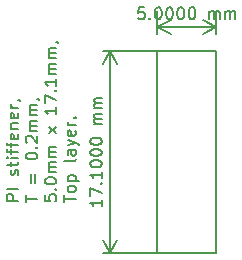
<source format=gbr>
%TF.GenerationSoftware,KiCad,Pcbnew,7.0.9*%
%TF.CreationDate,2023-12-18T15:10:48+01:00*%
%TF.ProjectId,flexAddressLedsV2,666c6578-4164-4647-9265-73734c656473,rev?*%
%TF.SameCoordinates,Original*%
%TF.FileFunction,Other,User*%
%FSLAX46Y46*%
G04 Gerber Fmt 4.6, Leading zero omitted, Abs format (unit mm)*
G04 Created by KiCad (PCBNEW 7.0.9) date 2023-12-18 15:10:48*
%MOMM*%
%LPD*%
G01*
G04 APERTURE LIST*
%ADD10C,0.150000*%
G04 APERTURE END LIST*
D10*
X29900000Y-31300000D02*
X34900000Y-31300000D01*
X34900000Y-48400000D01*
X29900000Y-48400000D01*
X29900000Y-31300000D01*
X18139819Y-43963220D02*
X17139819Y-43963220D01*
X17139819Y-43963220D02*
X17139819Y-43582268D01*
X17139819Y-43582268D02*
X17187438Y-43487030D01*
X17187438Y-43487030D02*
X17235057Y-43439411D01*
X17235057Y-43439411D02*
X17330295Y-43391792D01*
X17330295Y-43391792D02*
X17473152Y-43391792D01*
X17473152Y-43391792D02*
X17568390Y-43439411D01*
X17568390Y-43439411D02*
X17616009Y-43487030D01*
X17616009Y-43487030D02*
X17663628Y-43582268D01*
X17663628Y-43582268D02*
X17663628Y-43963220D01*
X18139819Y-42963220D02*
X17139819Y-42963220D01*
X18092200Y-41772744D02*
X18139819Y-41677506D01*
X18139819Y-41677506D02*
X18139819Y-41487030D01*
X18139819Y-41487030D02*
X18092200Y-41391792D01*
X18092200Y-41391792D02*
X17996961Y-41344173D01*
X17996961Y-41344173D02*
X17949342Y-41344173D01*
X17949342Y-41344173D02*
X17854104Y-41391792D01*
X17854104Y-41391792D02*
X17806485Y-41487030D01*
X17806485Y-41487030D02*
X17806485Y-41629887D01*
X17806485Y-41629887D02*
X17758866Y-41725125D01*
X17758866Y-41725125D02*
X17663628Y-41772744D01*
X17663628Y-41772744D02*
X17616009Y-41772744D01*
X17616009Y-41772744D02*
X17520771Y-41725125D01*
X17520771Y-41725125D02*
X17473152Y-41629887D01*
X17473152Y-41629887D02*
X17473152Y-41487030D01*
X17473152Y-41487030D02*
X17520771Y-41391792D01*
X17473152Y-41058458D02*
X17473152Y-40677506D01*
X17139819Y-40915601D02*
X17996961Y-40915601D01*
X17996961Y-40915601D02*
X18092200Y-40867982D01*
X18092200Y-40867982D02*
X18139819Y-40772744D01*
X18139819Y-40772744D02*
X18139819Y-40677506D01*
X18139819Y-40344172D02*
X17473152Y-40344172D01*
X17139819Y-40344172D02*
X17187438Y-40391791D01*
X17187438Y-40391791D02*
X17235057Y-40344172D01*
X17235057Y-40344172D02*
X17187438Y-40296553D01*
X17187438Y-40296553D02*
X17139819Y-40344172D01*
X17139819Y-40344172D02*
X17235057Y-40344172D01*
X17473152Y-40010839D02*
X17473152Y-39629887D01*
X18139819Y-39867982D02*
X17282676Y-39867982D01*
X17282676Y-39867982D02*
X17187438Y-39820363D01*
X17187438Y-39820363D02*
X17139819Y-39725125D01*
X17139819Y-39725125D02*
X17139819Y-39629887D01*
X17473152Y-39439410D02*
X17473152Y-39058458D01*
X18139819Y-39296553D02*
X17282676Y-39296553D01*
X17282676Y-39296553D02*
X17187438Y-39248934D01*
X17187438Y-39248934D02*
X17139819Y-39153696D01*
X17139819Y-39153696D02*
X17139819Y-39058458D01*
X18092200Y-38344172D02*
X18139819Y-38439410D01*
X18139819Y-38439410D02*
X18139819Y-38629886D01*
X18139819Y-38629886D02*
X18092200Y-38725124D01*
X18092200Y-38725124D02*
X17996961Y-38772743D01*
X17996961Y-38772743D02*
X17616009Y-38772743D01*
X17616009Y-38772743D02*
X17520771Y-38725124D01*
X17520771Y-38725124D02*
X17473152Y-38629886D01*
X17473152Y-38629886D02*
X17473152Y-38439410D01*
X17473152Y-38439410D02*
X17520771Y-38344172D01*
X17520771Y-38344172D02*
X17616009Y-38296553D01*
X17616009Y-38296553D02*
X17711247Y-38296553D01*
X17711247Y-38296553D02*
X17806485Y-38772743D01*
X17473152Y-37867981D02*
X18139819Y-37867981D01*
X17568390Y-37867981D02*
X17520771Y-37820362D01*
X17520771Y-37820362D02*
X17473152Y-37725124D01*
X17473152Y-37725124D02*
X17473152Y-37582267D01*
X17473152Y-37582267D02*
X17520771Y-37487029D01*
X17520771Y-37487029D02*
X17616009Y-37439410D01*
X17616009Y-37439410D02*
X18139819Y-37439410D01*
X18092200Y-36582267D02*
X18139819Y-36677505D01*
X18139819Y-36677505D02*
X18139819Y-36867981D01*
X18139819Y-36867981D02*
X18092200Y-36963219D01*
X18092200Y-36963219D02*
X17996961Y-37010838D01*
X17996961Y-37010838D02*
X17616009Y-37010838D01*
X17616009Y-37010838D02*
X17520771Y-36963219D01*
X17520771Y-36963219D02*
X17473152Y-36867981D01*
X17473152Y-36867981D02*
X17473152Y-36677505D01*
X17473152Y-36677505D02*
X17520771Y-36582267D01*
X17520771Y-36582267D02*
X17616009Y-36534648D01*
X17616009Y-36534648D02*
X17711247Y-36534648D01*
X17711247Y-36534648D02*
X17806485Y-37010838D01*
X18139819Y-36106076D02*
X17473152Y-36106076D01*
X17663628Y-36106076D02*
X17568390Y-36058457D01*
X17568390Y-36058457D02*
X17520771Y-36010838D01*
X17520771Y-36010838D02*
X17473152Y-35915600D01*
X17473152Y-35915600D02*
X17473152Y-35820362D01*
X18092200Y-35439409D02*
X18139819Y-35439409D01*
X18139819Y-35439409D02*
X18235057Y-35487028D01*
X18235057Y-35487028D02*
X18282676Y-35534647D01*
X18749819Y-44106077D02*
X18749819Y-43534649D01*
X19749819Y-43820363D02*
X18749819Y-43820363D01*
X19226009Y-42439410D02*
X19226009Y-41677506D01*
X19511723Y-41677506D02*
X19511723Y-42439410D01*
X18749819Y-40248934D02*
X18749819Y-40153696D01*
X18749819Y-40153696D02*
X18797438Y-40058458D01*
X18797438Y-40058458D02*
X18845057Y-40010839D01*
X18845057Y-40010839D02*
X18940295Y-39963220D01*
X18940295Y-39963220D02*
X19130771Y-39915601D01*
X19130771Y-39915601D02*
X19368866Y-39915601D01*
X19368866Y-39915601D02*
X19559342Y-39963220D01*
X19559342Y-39963220D02*
X19654580Y-40010839D01*
X19654580Y-40010839D02*
X19702200Y-40058458D01*
X19702200Y-40058458D02*
X19749819Y-40153696D01*
X19749819Y-40153696D02*
X19749819Y-40248934D01*
X19749819Y-40248934D02*
X19702200Y-40344172D01*
X19702200Y-40344172D02*
X19654580Y-40391791D01*
X19654580Y-40391791D02*
X19559342Y-40439410D01*
X19559342Y-40439410D02*
X19368866Y-40487029D01*
X19368866Y-40487029D02*
X19130771Y-40487029D01*
X19130771Y-40487029D02*
X18940295Y-40439410D01*
X18940295Y-40439410D02*
X18845057Y-40391791D01*
X18845057Y-40391791D02*
X18797438Y-40344172D01*
X18797438Y-40344172D02*
X18749819Y-40248934D01*
X19654580Y-39487029D02*
X19702200Y-39439410D01*
X19702200Y-39439410D02*
X19749819Y-39487029D01*
X19749819Y-39487029D02*
X19702200Y-39534648D01*
X19702200Y-39534648D02*
X19654580Y-39487029D01*
X19654580Y-39487029D02*
X19749819Y-39487029D01*
X18845057Y-39058458D02*
X18797438Y-39010839D01*
X18797438Y-39010839D02*
X18749819Y-38915601D01*
X18749819Y-38915601D02*
X18749819Y-38677506D01*
X18749819Y-38677506D02*
X18797438Y-38582268D01*
X18797438Y-38582268D02*
X18845057Y-38534649D01*
X18845057Y-38534649D02*
X18940295Y-38487030D01*
X18940295Y-38487030D02*
X19035533Y-38487030D01*
X19035533Y-38487030D02*
X19178390Y-38534649D01*
X19178390Y-38534649D02*
X19749819Y-39106077D01*
X19749819Y-39106077D02*
X19749819Y-38487030D01*
X19749819Y-38058458D02*
X19083152Y-38058458D01*
X19178390Y-38058458D02*
X19130771Y-38010839D01*
X19130771Y-38010839D02*
X19083152Y-37915601D01*
X19083152Y-37915601D02*
X19083152Y-37772744D01*
X19083152Y-37772744D02*
X19130771Y-37677506D01*
X19130771Y-37677506D02*
X19226009Y-37629887D01*
X19226009Y-37629887D02*
X19749819Y-37629887D01*
X19226009Y-37629887D02*
X19130771Y-37582268D01*
X19130771Y-37582268D02*
X19083152Y-37487030D01*
X19083152Y-37487030D02*
X19083152Y-37344173D01*
X19083152Y-37344173D02*
X19130771Y-37248934D01*
X19130771Y-37248934D02*
X19226009Y-37201315D01*
X19226009Y-37201315D02*
X19749819Y-37201315D01*
X19749819Y-36725125D02*
X19083152Y-36725125D01*
X19178390Y-36725125D02*
X19130771Y-36677506D01*
X19130771Y-36677506D02*
X19083152Y-36582268D01*
X19083152Y-36582268D02*
X19083152Y-36439411D01*
X19083152Y-36439411D02*
X19130771Y-36344173D01*
X19130771Y-36344173D02*
X19226009Y-36296554D01*
X19226009Y-36296554D02*
X19749819Y-36296554D01*
X19226009Y-36296554D02*
X19130771Y-36248935D01*
X19130771Y-36248935D02*
X19083152Y-36153697D01*
X19083152Y-36153697D02*
X19083152Y-36010840D01*
X19083152Y-36010840D02*
X19130771Y-35915601D01*
X19130771Y-35915601D02*
X19226009Y-35867982D01*
X19226009Y-35867982D02*
X19749819Y-35867982D01*
X19702200Y-35344173D02*
X19749819Y-35344173D01*
X19749819Y-35344173D02*
X19845057Y-35391792D01*
X19845057Y-35391792D02*
X19892676Y-35439411D01*
X20359819Y-43487030D02*
X20359819Y-43963220D01*
X20359819Y-43963220D02*
X20836009Y-44010839D01*
X20836009Y-44010839D02*
X20788390Y-43963220D01*
X20788390Y-43963220D02*
X20740771Y-43867982D01*
X20740771Y-43867982D02*
X20740771Y-43629887D01*
X20740771Y-43629887D02*
X20788390Y-43534649D01*
X20788390Y-43534649D02*
X20836009Y-43487030D01*
X20836009Y-43487030D02*
X20931247Y-43439411D01*
X20931247Y-43439411D02*
X21169342Y-43439411D01*
X21169342Y-43439411D02*
X21264580Y-43487030D01*
X21264580Y-43487030D02*
X21312200Y-43534649D01*
X21312200Y-43534649D02*
X21359819Y-43629887D01*
X21359819Y-43629887D02*
X21359819Y-43867982D01*
X21359819Y-43867982D02*
X21312200Y-43963220D01*
X21312200Y-43963220D02*
X21264580Y-44010839D01*
X21264580Y-43010839D02*
X21312200Y-42963220D01*
X21312200Y-42963220D02*
X21359819Y-43010839D01*
X21359819Y-43010839D02*
X21312200Y-43058458D01*
X21312200Y-43058458D02*
X21264580Y-43010839D01*
X21264580Y-43010839D02*
X21359819Y-43010839D01*
X20359819Y-42344173D02*
X20359819Y-42248935D01*
X20359819Y-42248935D02*
X20407438Y-42153697D01*
X20407438Y-42153697D02*
X20455057Y-42106078D01*
X20455057Y-42106078D02*
X20550295Y-42058459D01*
X20550295Y-42058459D02*
X20740771Y-42010840D01*
X20740771Y-42010840D02*
X20978866Y-42010840D01*
X20978866Y-42010840D02*
X21169342Y-42058459D01*
X21169342Y-42058459D02*
X21264580Y-42106078D01*
X21264580Y-42106078D02*
X21312200Y-42153697D01*
X21312200Y-42153697D02*
X21359819Y-42248935D01*
X21359819Y-42248935D02*
X21359819Y-42344173D01*
X21359819Y-42344173D02*
X21312200Y-42439411D01*
X21312200Y-42439411D02*
X21264580Y-42487030D01*
X21264580Y-42487030D02*
X21169342Y-42534649D01*
X21169342Y-42534649D02*
X20978866Y-42582268D01*
X20978866Y-42582268D02*
X20740771Y-42582268D01*
X20740771Y-42582268D02*
X20550295Y-42534649D01*
X20550295Y-42534649D02*
X20455057Y-42487030D01*
X20455057Y-42487030D02*
X20407438Y-42439411D01*
X20407438Y-42439411D02*
X20359819Y-42344173D01*
X21359819Y-41582268D02*
X20693152Y-41582268D01*
X20788390Y-41582268D02*
X20740771Y-41534649D01*
X20740771Y-41534649D02*
X20693152Y-41439411D01*
X20693152Y-41439411D02*
X20693152Y-41296554D01*
X20693152Y-41296554D02*
X20740771Y-41201316D01*
X20740771Y-41201316D02*
X20836009Y-41153697D01*
X20836009Y-41153697D02*
X21359819Y-41153697D01*
X20836009Y-41153697D02*
X20740771Y-41106078D01*
X20740771Y-41106078D02*
X20693152Y-41010840D01*
X20693152Y-41010840D02*
X20693152Y-40867983D01*
X20693152Y-40867983D02*
X20740771Y-40772744D01*
X20740771Y-40772744D02*
X20836009Y-40725125D01*
X20836009Y-40725125D02*
X21359819Y-40725125D01*
X21359819Y-40248935D02*
X20693152Y-40248935D01*
X20788390Y-40248935D02*
X20740771Y-40201316D01*
X20740771Y-40201316D02*
X20693152Y-40106078D01*
X20693152Y-40106078D02*
X20693152Y-39963221D01*
X20693152Y-39963221D02*
X20740771Y-39867983D01*
X20740771Y-39867983D02*
X20836009Y-39820364D01*
X20836009Y-39820364D02*
X21359819Y-39820364D01*
X20836009Y-39820364D02*
X20740771Y-39772745D01*
X20740771Y-39772745D02*
X20693152Y-39677507D01*
X20693152Y-39677507D02*
X20693152Y-39534650D01*
X20693152Y-39534650D02*
X20740771Y-39439411D01*
X20740771Y-39439411D02*
X20836009Y-39391792D01*
X20836009Y-39391792D02*
X21359819Y-39391792D01*
X21359819Y-38248935D02*
X20693152Y-37725126D01*
X20693152Y-38248935D02*
X21359819Y-37725126D01*
X21359819Y-36058459D02*
X21359819Y-36629887D01*
X21359819Y-36344173D02*
X20359819Y-36344173D01*
X20359819Y-36344173D02*
X20502676Y-36439411D01*
X20502676Y-36439411D02*
X20597914Y-36534649D01*
X20597914Y-36534649D02*
X20645533Y-36629887D01*
X20359819Y-35725125D02*
X20359819Y-35058459D01*
X20359819Y-35058459D02*
X21359819Y-35487030D01*
X21264580Y-34677506D02*
X21312200Y-34629887D01*
X21312200Y-34629887D02*
X21359819Y-34677506D01*
X21359819Y-34677506D02*
X21312200Y-34725125D01*
X21312200Y-34725125D02*
X21264580Y-34677506D01*
X21264580Y-34677506D02*
X21359819Y-34677506D01*
X21359819Y-33677507D02*
X21359819Y-34248935D01*
X21359819Y-33963221D02*
X20359819Y-33963221D01*
X20359819Y-33963221D02*
X20502676Y-34058459D01*
X20502676Y-34058459D02*
X20597914Y-34153697D01*
X20597914Y-34153697D02*
X20645533Y-34248935D01*
X21359819Y-33248935D02*
X20693152Y-33248935D01*
X20788390Y-33248935D02*
X20740771Y-33201316D01*
X20740771Y-33201316D02*
X20693152Y-33106078D01*
X20693152Y-33106078D02*
X20693152Y-32963221D01*
X20693152Y-32963221D02*
X20740771Y-32867983D01*
X20740771Y-32867983D02*
X20836009Y-32820364D01*
X20836009Y-32820364D02*
X21359819Y-32820364D01*
X20836009Y-32820364D02*
X20740771Y-32772745D01*
X20740771Y-32772745D02*
X20693152Y-32677507D01*
X20693152Y-32677507D02*
X20693152Y-32534650D01*
X20693152Y-32534650D02*
X20740771Y-32439411D01*
X20740771Y-32439411D02*
X20836009Y-32391792D01*
X20836009Y-32391792D02*
X21359819Y-32391792D01*
X21359819Y-31915602D02*
X20693152Y-31915602D01*
X20788390Y-31915602D02*
X20740771Y-31867983D01*
X20740771Y-31867983D02*
X20693152Y-31772745D01*
X20693152Y-31772745D02*
X20693152Y-31629888D01*
X20693152Y-31629888D02*
X20740771Y-31534650D01*
X20740771Y-31534650D02*
X20836009Y-31487031D01*
X20836009Y-31487031D02*
X21359819Y-31487031D01*
X20836009Y-31487031D02*
X20740771Y-31439412D01*
X20740771Y-31439412D02*
X20693152Y-31344174D01*
X20693152Y-31344174D02*
X20693152Y-31201317D01*
X20693152Y-31201317D02*
X20740771Y-31106078D01*
X20740771Y-31106078D02*
X20836009Y-31058459D01*
X20836009Y-31058459D02*
X21359819Y-31058459D01*
X21312200Y-30534650D02*
X21359819Y-30534650D01*
X21359819Y-30534650D02*
X21455057Y-30582269D01*
X21455057Y-30582269D02*
X21502676Y-30629888D01*
X21969819Y-44106077D02*
X21969819Y-43534649D01*
X22969819Y-43820363D02*
X21969819Y-43820363D01*
X22969819Y-43058458D02*
X22922200Y-43153696D01*
X22922200Y-43153696D02*
X22874580Y-43201315D01*
X22874580Y-43201315D02*
X22779342Y-43248934D01*
X22779342Y-43248934D02*
X22493628Y-43248934D01*
X22493628Y-43248934D02*
X22398390Y-43201315D01*
X22398390Y-43201315D02*
X22350771Y-43153696D01*
X22350771Y-43153696D02*
X22303152Y-43058458D01*
X22303152Y-43058458D02*
X22303152Y-42915601D01*
X22303152Y-42915601D02*
X22350771Y-42820363D01*
X22350771Y-42820363D02*
X22398390Y-42772744D01*
X22398390Y-42772744D02*
X22493628Y-42725125D01*
X22493628Y-42725125D02*
X22779342Y-42725125D01*
X22779342Y-42725125D02*
X22874580Y-42772744D01*
X22874580Y-42772744D02*
X22922200Y-42820363D01*
X22922200Y-42820363D02*
X22969819Y-42915601D01*
X22969819Y-42915601D02*
X22969819Y-43058458D01*
X22303152Y-42296553D02*
X23303152Y-42296553D01*
X22350771Y-42296553D02*
X22303152Y-42201315D01*
X22303152Y-42201315D02*
X22303152Y-42010839D01*
X22303152Y-42010839D02*
X22350771Y-41915601D01*
X22350771Y-41915601D02*
X22398390Y-41867982D01*
X22398390Y-41867982D02*
X22493628Y-41820363D01*
X22493628Y-41820363D02*
X22779342Y-41820363D01*
X22779342Y-41820363D02*
X22874580Y-41867982D01*
X22874580Y-41867982D02*
X22922200Y-41915601D01*
X22922200Y-41915601D02*
X22969819Y-42010839D01*
X22969819Y-42010839D02*
X22969819Y-42201315D01*
X22969819Y-42201315D02*
X22922200Y-42296553D01*
X22969819Y-40487029D02*
X22922200Y-40582267D01*
X22922200Y-40582267D02*
X22826961Y-40629886D01*
X22826961Y-40629886D02*
X21969819Y-40629886D01*
X22969819Y-39677505D02*
X22446009Y-39677505D01*
X22446009Y-39677505D02*
X22350771Y-39725124D01*
X22350771Y-39725124D02*
X22303152Y-39820362D01*
X22303152Y-39820362D02*
X22303152Y-40010838D01*
X22303152Y-40010838D02*
X22350771Y-40106076D01*
X22922200Y-39677505D02*
X22969819Y-39772743D01*
X22969819Y-39772743D02*
X22969819Y-40010838D01*
X22969819Y-40010838D02*
X22922200Y-40106076D01*
X22922200Y-40106076D02*
X22826961Y-40153695D01*
X22826961Y-40153695D02*
X22731723Y-40153695D01*
X22731723Y-40153695D02*
X22636485Y-40106076D01*
X22636485Y-40106076D02*
X22588866Y-40010838D01*
X22588866Y-40010838D02*
X22588866Y-39772743D01*
X22588866Y-39772743D02*
X22541247Y-39677505D01*
X22303152Y-39296552D02*
X22969819Y-39058457D01*
X22303152Y-38820362D02*
X22969819Y-39058457D01*
X22969819Y-39058457D02*
X23207914Y-39153695D01*
X23207914Y-39153695D02*
X23255533Y-39201314D01*
X23255533Y-39201314D02*
X23303152Y-39296552D01*
X22922200Y-38058457D02*
X22969819Y-38153695D01*
X22969819Y-38153695D02*
X22969819Y-38344171D01*
X22969819Y-38344171D02*
X22922200Y-38439409D01*
X22922200Y-38439409D02*
X22826961Y-38487028D01*
X22826961Y-38487028D02*
X22446009Y-38487028D01*
X22446009Y-38487028D02*
X22350771Y-38439409D01*
X22350771Y-38439409D02*
X22303152Y-38344171D01*
X22303152Y-38344171D02*
X22303152Y-38153695D01*
X22303152Y-38153695D02*
X22350771Y-38058457D01*
X22350771Y-38058457D02*
X22446009Y-38010838D01*
X22446009Y-38010838D02*
X22541247Y-38010838D01*
X22541247Y-38010838D02*
X22636485Y-38487028D01*
X22969819Y-37582266D02*
X22303152Y-37582266D01*
X22493628Y-37582266D02*
X22398390Y-37534647D01*
X22398390Y-37534647D02*
X22350771Y-37487028D01*
X22350771Y-37487028D02*
X22303152Y-37391790D01*
X22303152Y-37391790D02*
X22303152Y-37296552D01*
X22874580Y-36963218D02*
X22922200Y-36915599D01*
X22922200Y-36915599D02*
X22969819Y-36963218D01*
X22969819Y-36963218D02*
X22922200Y-37010837D01*
X22922200Y-37010837D02*
X22874580Y-36963218D01*
X22874580Y-36963218D02*
X22969819Y-36963218D01*
X25204819Y-43897618D02*
X25204819Y-44469046D01*
X25204819Y-44183332D02*
X24204819Y-44183332D01*
X24204819Y-44183332D02*
X24347676Y-44278570D01*
X24347676Y-44278570D02*
X24442914Y-44373808D01*
X24442914Y-44373808D02*
X24490533Y-44469046D01*
X24204819Y-43564284D02*
X24204819Y-42897618D01*
X24204819Y-42897618D02*
X25204819Y-43326189D01*
X25109580Y-42516665D02*
X25157200Y-42469046D01*
X25157200Y-42469046D02*
X25204819Y-42516665D01*
X25204819Y-42516665D02*
X25157200Y-42564284D01*
X25157200Y-42564284D02*
X25109580Y-42516665D01*
X25109580Y-42516665D02*
X25204819Y-42516665D01*
X25204819Y-41516666D02*
X25204819Y-42088094D01*
X25204819Y-41802380D02*
X24204819Y-41802380D01*
X24204819Y-41802380D02*
X24347676Y-41897618D01*
X24347676Y-41897618D02*
X24442914Y-41992856D01*
X24442914Y-41992856D02*
X24490533Y-42088094D01*
X24204819Y-40897618D02*
X24204819Y-40802380D01*
X24204819Y-40802380D02*
X24252438Y-40707142D01*
X24252438Y-40707142D02*
X24300057Y-40659523D01*
X24300057Y-40659523D02*
X24395295Y-40611904D01*
X24395295Y-40611904D02*
X24585771Y-40564285D01*
X24585771Y-40564285D02*
X24823866Y-40564285D01*
X24823866Y-40564285D02*
X25014342Y-40611904D01*
X25014342Y-40611904D02*
X25109580Y-40659523D01*
X25109580Y-40659523D02*
X25157200Y-40707142D01*
X25157200Y-40707142D02*
X25204819Y-40802380D01*
X25204819Y-40802380D02*
X25204819Y-40897618D01*
X25204819Y-40897618D02*
X25157200Y-40992856D01*
X25157200Y-40992856D02*
X25109580Y-41040475D01*
X25109580Y-41040475D02*
X25014342Y-41088094D01*
X25014342Y-41088094D02*
X24823866Y-41135713D01*
X24823866Y-41135713D02*
X24585771Y-41135713D01*
X24585771Y-41135713D02*
X24395295Y-41088094D01*
X24395295Y-41088094D02*
X24300057Y-41040475D01*
X24300057Y-41040475D02*
X24252438Y-40992856D01*
X24252438Y-40992856D02*
X24204819Y-40897618D01*
X24204819Y-39945237D02*
X24204819Y-39849999D01*
X24204819Y-39849999D02*
X24252438Y-39754761D01*
X24252438Y-39754761D02*
X24300057Y-39707142D01*
X24300057Y-39707142D02*
X24395295Y-39659523D01*
X24395295Y-39659523D02*
X24585771Y-39611904D01*
X24585771Y-39611904D02*
X24823866Y-39611904D01*
X24823866Y-39611904D02*
X25014342Y-39659523D01*
X25014342Y-39659523D02*
X25109580Y-39707142D01*
X25109580Y-39707142D02*
X25157200Y-39754761D01*
X25157200Y-39754761D02*
X25204819Y-39849999D01*
X25204819Y-39849999D02*
X25204819Y-39945237D01*
X25204819Y-39945237D02*
X25157200Y-40040475D01*
X25157200Y-40040475D02*
X25109580Y-40088094D01*
X25109580Y-40088094D02*
X25014342Y-40135713D01*
X25014342Y-40135713D02*
X24823866Y-40183332D01*
X24823866Y-40183332D02*
X24585771Y-40183332D01*
X24585771Y-40183332D02*
X24395295Y-40135713D01*
X24395295Y-40135713D02*
X24300057Y-40088094D01*
X24300057Y-40088094D02*
X24252438Y-40040475D01*
X24252438Y-40040475D02*
X24204819Y-39945237D01*
X24204819Y-38992856D02*
X24204819Y-38897618D01*
X24204819Y-38897618D02*
X24252438Y-38802380D01*
X24252438Y-38802380D02*
X24300057Y-38754761D01*
X24300057Y-38754761D02*
X24395295Y-38707142D01*
X24395295Y-38707142D02*
X24585771Y-38659523D01*
X24585771Y-38659523D02*
X24823866Y-38659523D01*
X24823866Y-38659523D02*
X25014342Y-38707142D01*
X25014342Y-38707142D02*
X25109580Y-38754761D01*
X25109580Y-38754761D02*
X25157200Y-38802380D01*
X25157200Y-38802380D02*
X25204819Y-38897618D01*
X25204819Y-38897618D02*
X25204819Y-38992856D01*
X25204819Y-38992856D02*
X25157200Y-39088094D01*
X25157200Y-39088094D02*
X25109580Y-39135713D01*
X25109580Y-39135713D02*
X25014342Y-39183332D01*
X25014342Y-39183332D02*
X24823866Y-39230951D01*
X24823866Y-39230951D02*
X24585771Y-39230951D01*
X24585771Y-39230951D02*
X24395295Y-39183332D01*
X24395295Y-39183332D02*
X24300057Y-39135713D01*
X24300057Y-39135713D02*
X24252438Y-39088094D01*
X24252438Y-39088094D02*
X24204819Y-38992856D01*
X25204819Y-37469046D02*
X24538152Y-37469046D01*
X24633390Y-37469046D02*
X24585771Y-37421427D01*
X24585771Y-37421427D02*
X24538152Y-37326189D01*
X24538152Y-37326189D02*
X24538152Y-37183332D01*
X24538152Y-37183332D02*
X24585771Y-37088094D01*
X24585771Y-37088094D02*
X24681009Y-37040475D01*
X24681009Y-37040475D02*
X25204819Y-37040475D01*
X24681009Y-37040475D02*
X24585771Y-36992856D01*
X24585771Y-36992856D02*
X24538152Y-36897618D01*
X24538152Y-36897618D02*
X24538152Y-36754761D01*
X24538152Y-36754761D02*
X24585771Y-36659522D01*
X24585771Y-36659522D02*
X24681009Y-36611903D01*
X24681009Y-36611903D02*
X25204819Y-36611903D01*
X25204819Y-36135713D02*
X24538152Y-36135713D01*
X24633390Y-36135713D02*
X24585771Y-36088094D01*
X24585771Y-36088094D02*
X24538152Y-35992856D01*
X24538152Y-35992856D02*
X24538152Y-35849999D01*
X24538152Y-35849999D02*
X24585771Y-35754761D01*
X24585771Y-35754761D02*
X24681009Y-35707142D01*
X24681009Y-35707142D02*
X25204819Y-35707142D01*
X24681009Y-35707142D02*
X24585771Y-35659523D01*
X24585771Y-35659523D02*
X24538152Y-35564285D01*
X24538152Y-35564285D02*
X24538152Y-35421428D01*
X24538152Y-35421428D02*
X24585771Y-35326189D01*
X24585771Y-35326189D02*
X24681009Y-35278570D01*
X24681009Y-35278570D02*
X25204819Y-35278570D01*
X34400000Y-31300000D02*
X25313580Y-31300000D01*
X34400000Y-48400000D02*
X25313580Y-48400000D01*
X25900000Y-31300000D02*
X25900000Y-48400000D01*
X25900000Y-31300000D02*
X25900000Y-48400000D01*
X25900000Y-31300000D02*
X26486421Y-32426504D01*
X25900000Y-31300000D02*
X25313579Y-32426504D01*
X25900000Y-48400000D02*
X25313579Y-47273496D01*
X25900000Y-48400000D02*
X26486421Y-47273496D01*
X28780952Y-27604819D02*
X28304762Y-27604819D01*
X28304762Y-27604819D02*
X28257143Y-28081009D01*
X28257143Y-28081009D02*
X28304762Y-28033390D01*
X28304762Y-28033390D02*
X28400000Y-27985771D01*
X28400000Y-27985771D02*
X28638095Y-27985771D01*
X28638095Y-27985771D02*
X28733333Y-28033390D01*
X28733333Y-28033390D02*
X28780952Y-28081009D01*
X28780952Y-28081009D02*
X28828571Y-28176247D01*
X28828571Y-28176247D02*
X28828571Y-28414342D01*
X28828571Y-28414342D02*
X28780952Y-28509580D01*
X28780952Y-28509580D02*
X28733333Y-28557200D01*
X28733333Y-28557200D02*
X28638095Y-28604819D01*
X28638095Y-28604819D02*
X28400000Y-28604819D01*
X28400000Y-28604819D02*
X28304762Y-28557200D01*
X28304762Y-28557200D02*
X28257143Y-28509580D01*
X29257143Y-28509580D02*
X29304762Y-28557200D01*
X29304762Y-28557200D02*
X29257143Y-28604819D01*
X29257143Y-28604819D02*
X29209524Y-28557200D01*
X29209524Y-28557200D02*
X29257143Y-28509580D01*
X29257143Y-28509580D02*
X29257143Y-28604819D01*
X29923809Y-27604819D02*
X30019047Y-27604819D01*
X30019047Y-27604819D02*
X30114285Y-27652438D01*
X30114285Y-27652438D02*
X30161904Y-27700057D01*
X30161904Y-27700057D02*
X30209523Y-27795295D01*
X30209523Y-27795295D02*
X30257142Y-27985771D01*
X30257142Y-27985771D02*
X30257142Y-28223866D01*
X30257142Y-28223866D02*
X30209523Y-28414342D01*
X30209523Y-28414342D02*
X30161904Y-28509580D01*
X30161904Y-28509580D02*
X30114285Y-28557200D01*
X30114285Y-28557200D02*
X30019047Y-28604819D01*
X30019047Y-28604819D02*
X29923809Y-28604819D01*
X29923809Y-28604819D02*
X29828571Y-28557200D01*
X29828571Y-28557200D02*
X29780952Y-28509580D01*
X29780952Y-28509580D02*
X29733333Y-28414342D01*
X29733333Y-28414342D02*
X29685714Y-28223866D01*
X29685714Y-28223866D02*
X29685714Y-27985771D01*
X29685714Y-27985771D02*
X29733333Y-27795295D01*
X29733333Y-27795295D02*
X29780952Y-27700057D01*
X29780952Y-27700057D02*
X29828571Y-27652438D01*
X29828571Y-27652438D02*
X29923809Y-27604819D01*
X30876190Y-27604819D02*
X30971428Y-27604819D01*
X30971428Y-27604819D02*
X31066666Y-27652438D01*
X31066666Y-27652438D02*
X31114285Y-27700057D01*
X31114285Y-27700057D02*
X31161904Y-27795295D01*
X31161904Y-27795295D02*
X31209523Y-27985771D01*
X31209523Y-27985771D02*
X31209523Y-28223866D01*
X31209523Y-28223866D02*
X31161904Y-28414342D01*
X31161904Y-28414342D02*
X31114285Y-28509580D01*
X31114285Y-28509580D02*
X31066666Y-28557200D01*
X31066666Y-28557200D02*
X30971428Y-28604819D01*
X30971428Y-28604819D02*
X30876190Y-28604819D01*
X30876190Y-28604819D02*
X30780952Y-28557200D01*
X30780952Y-28557200D02*
X30733333Y-28509580D01*
X30733333Y-28509580D02*
X30685714Y-28414342D01*
X30685714Y-28414342D02*
X30638095Y-28223866D01*
X30638095Y-28223866D02*
X30638095Y-27985771D01*
X30638095Y-27985771D02*
X30685714Y-27795295D01*
X30685714Y-27795295D02*
X30733333Y-27700057D01*
X30733333Y-27700057D02*
X30780952Y-27652438D01*
X30780952Y-27652438D02*
X30876190Y-27604819D01*
X31828571Y-27604819D02*
X31923809Y-27604819D01*
X31923809Y-27604819D02*
X32019047Y-27652438D01*
X32019047Y-27652438D02*
X32066666Y-27700057D01*
X32066666Y-27700057D02*
X32114285Y-27795295D01*
X32114285Y-27795295D02*
X32161904Y-27985771D01*
X32161904Y-27985771D02*
X32161904Y-28223866D01*
X32161904Y-28223866D02*
X32114285Y-28414342D01*
X32114285Y-28414342D02*
X32066666Y-28509580D01*
X32066666Y-28509580D02*
X32019047Y-28557200D01*
X32019047Y-28557200D02*
X31923809Y-28604819D01*
X31923809Y-28604819D02*
X31828571Y-28604819D01*
X31828571Y-28604819D02*
X31733333Y-28557200D01*
X31733333Y-28557200D02*
X31685714Y-28509580D01*
X31685714Y-28509580D02*
X31638095Y-28414342D01*
X31638095Y-28414342D02*
X31590476Y-28223866D01*
X31590476Y-28223866D02*
X31590476Y-27985771D01*
X31590476Y-27985771D02*
X31638095Y-27795295D01*
X31638095Y-27795295D02*
X31685714Y-27700057D01*
X31685714Y-27700057D02*
X31733333Y-27652438D01*
X31733333Y-27652438D02*
X31828571Y-27604819D01*
X32780952Y-27604819D02*
X32876190Y-27604819D01*
X32876190Y-27604819D02*
X32971428Y-27652438D01*
X32971428Y-27652438D02*
X33019047Y-27700057D01*
X33019047Y-27700057D02*
X33066666Y-27795295D01*
X33066666Y-27795295D02*
X33114285Y-27985771D01*
X33114285Y-27985771D02*
X33114285Y-28223866D01*
X33114285Y-28223866D02*
X33066666Y-28414342D01*
X33066666Y-28414342D02*
X33019047Y-28509580D01*
X33019047Y-28509580D02*
X32971428Y-28557200D01*
X32971428Y-28557200D02*
X32876190Y-28604819D01*
X32876190Y-28604819D02*
X32780952Y-28604819D01*
X32780952Y-28604819D02*
X32685714Y-28557200D01*
X32685714Y-28557200D02*
X32638095Y-28509580D01*
X32638095Y-28509580D02*
X32590476Y-28414342D01*
X32590476Y-28414342D02*
X32542857Y-28223866D01*
X32542857Y-28223866D02*
X32542857Y-27985771D01*
X32542857Y-27985771D02*
X32590476Y-27795295D01*
X32590476Y-27795295D02*
X32638095Y-27700057D01*
X32638095Y-27700057D02*
X32685714Y-27652438D01*
X32685714Y-27652438D02*
X32780952Y-27604819D01*
X34304762Y-28604819D02*
X34304762Y-27938152D01*
X34304762Y-28033390D02*
X34352381Y-27985771D01*
X34352381Y-27985771D02*
X34447619Y-27938152D01*
X34447619Y-27938152D02*
X34590476Y-27938152D01*
X34590476Y-27938152D02*
X34685714Y-27985771D01*
X34685714Y-27985771D02*
X34733333Y-28081009D01*
X34733333Y-28081009D02*
X34733333Y-28604819D01*
X34733333Y-28081009D02*
X34780952Y-27985771D01*
X34780952Y-27985771D02*
X34876190Y-27938152D01*
X34876190Y-27938152D02*
X35019047Y-27938152D01*
X35019047Y-27938152D02*
X35114286Y-27985771D01*
X35114286Y-27985771D02*
X35161905Y-28081009D01*
X35161905Y-28081009D02*
X35161905Y-28604819D01*
X35638095Y-28604819D02*
X35638095Y-27938152D01*
X35638095Y-28033390D02*
X35685714Y-27985771D01*
X35685714Y-27985771D02*
X35780952Y-27938152D01*
X35780952Y-27938152D02*
X35923809Y-27938152D01*
X35923809Y-27938152D02*
X36019047Y-27985771D01*
X36019047Y-27985771D02*
X36066666Y-28081009D01*
X36066666Y-28081009D02*
X36066666Y-28604819D01*
X36066666Y-28081009D02*
X36114285Y-27985771D01*
X36114285Y-27985771D02*
X36209523Y-27938152D01*
X36209523Y-27938152D02*
X36352380Y-27938152D01*
X36352380Y-27938152D02*
X36447619Y-27985771D01*
X36447619Y-27985771D02*
X36495238Y-28081009D01*
X36495238Y-28081009D02*
X36495238Y-28604819D01*
X29900000Y-27900000D02*
X29900000Y-29886420D01*
X34900000Y-27900000D02*
X34900000Y-29886420D01*
X29900000Y-29300000D02*
X34900000Y-29300000D01*
X29900000Y-29300000D02*
X34900000Y-29300000D01*
X29900000Y-29300000D02*
X31026504Y-28713579D01*
X29900000Y-29300000D02*
X31026504Y-29886421D01*
X34900000Y-29300000D02*
X33773496Y-29886421D01*
X34900000Y-29300000D02*
X33773496Y-28713579D01*
M02*

</source>
